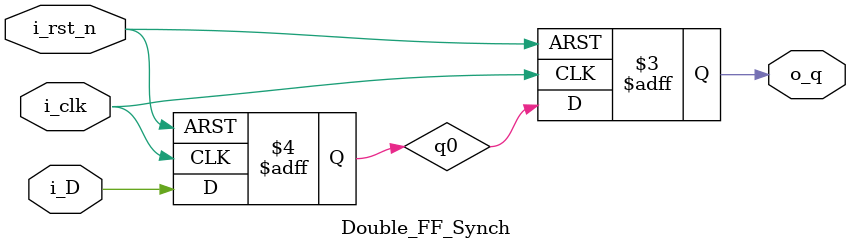
<source format=sv>


module Double_FF_Synch (

  input   logic   i_clk    ,                                  // Destination Clock 
  input   logic   i_rst_n  ,                                  // Active-Low Asynchronous Reset
  input   logic   i_D      ,                                  // Signal to be synchronized
  output  logic   o_q                                         // Synchronized Signal
  
);

  logic q0;

  always_ff @(posedge i_clk or negedge i_rst_n)
    begin

      if(!i_rst_n)
        begin
          
          q0  <= 'b0;
          o_q <= 'b0;
        
        end
      else
        begin
          
          q0  <= i_D;
          o_q <= q0;
        
        end
        
    end


endmodule 

</source>
